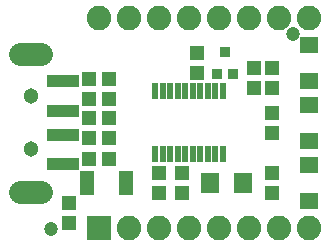
<source format=gbr>
G04 EAGLE Gerber RS-274X export*
G75*
%MOMM*%
%FSLAX34Y34*%
%LPD*%
%INSoldermask Top*%
%IPPOS*%
%AMOC8*
5,1,8,0,0,1.08239X$1,22.5*%
G01*
%ADD10R,0.584200X1.346200*%
%ADD11R,1.303200X1.203200*%
%ADD12R,0.903200X0.903200*%
%ADD13R,2.703200X1.003200*%
%ADD14C,1.981200*%
%ADD15C,1.303200*%
%ADD16C,1.003200*%
%ADD17C,1.203200*%
%ADD18R,2.082800X2.082800*%
%ADD19C,2.082800*%
%ADD20R,1.203200X1.303200*%
%ADD21R,1.603200X1.803200*%
%ADD22R,1.603200X1.403200*%
%ADD23R,1.203200X2.003200*%


D10*
X168275Y74803D03*
X161925Y74803D03*
X155575Y74803D03*
X149225Y74803D03*
X142875Y74803D03*
X136525Y74803D03*
X174625Y74803D03*
X180975Y74803D03*
X187325Y74803D03*
X193675Y74803D03*
X161925Y128397D03*
X168275Y128397D03*
X174625Y128397D03*
X180975Y128397D03*
X187325Y128397D03*
X193675Y128397D03*
X155575Y128397D03*
X149225Y128397D03*
X142875Y128397D03*
X136525Y128397D03*
D11*
X80400Y105410D03*
X97400Y105410D03*
X80400Y121920D03*
X97400Y121920D03*
D12*
X189080Y143150D03*
X202080Y143150D03*
X195580Y161650D03*
D13*
X58700Y111870D03*
X58700Y91330D03*
X58700Y137108D03*
D14*
X39390Y160100D02*
X21610Y160100D01*
X21610Y43100D02*
X39390Y43100D01*
D13*
X58700Y66600D03*
D15*
X31200Y124100D03*
X31200Y79100D03*
D16*
X34500Y43100D03*
X38500Y43100D03*
X26500Y43100D03*
X22500Y43100D03*
X34500Y160100D03*
X38500Y160100D03*
X26500Y160100D03*
X22500Y160100D03*
D17*
X48260Y11430D03*
X252730Y176530D03*
D18*
X88900Y12700D03*
D19*
X114300Y12700D03*
X139700Y12700D03*
X165100Y12700D03*
X190500Y12700D03*
X215900Y12700D03*
X241300Y12700D03*
X266700Y12700D03*
X266700Y190500D03*
X241300Y190500D03*
X215900Y190500D03*
X190500Y190500D03*
X165100Y190500D03*
X139700Y190500D03*
X114300Y190500D03*
X88900Y190500D03*
D20*
X63500Y33900D03*
X63500Y16900D03*
X139700Y59300D03*
X139700Y42300D03*
X158750Y59300D03*
X158750Y42300D03*
D11*
X80400Y71120D03*
X97400Y71120D03*
X80400Y88900D03*
X97400Y88900D03*
X80400Y138430D03*
X97400Y138430D03*
D21*
X210850Y50800D03*
X182850Y50800D03*
D20*
X171450Y160900D03*
X171450Y143900D03*
X219710Y148200D03*
X219710Y131200D03*
X234950Y42300D03*
X234950Y59300D03*
X234950Y110100D03*
X234950Y93100D03*
X234950Y148200D03*
X234950Y131200D03*
D22*
X266700Y167400D03*
X266700Y137400D03*
X266700Y116600D03*
X266700Y86600D03*
X266700Y35800D03*
X266700Y65800D03*
D23*
X78710Y50800D03*
X111790Y50800D03*
M02*

</source>
